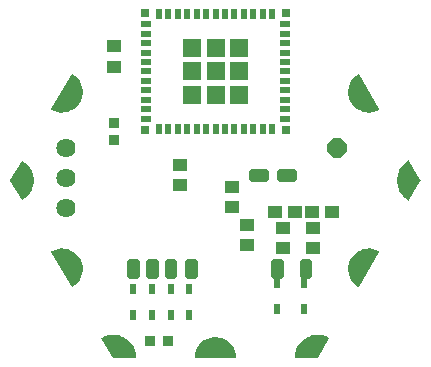
<source format=gbr>
G04 EAGLE Gerber RS-274X export*
G75*
%MOMM*%
%FSLAX34Y34*%
%LPD*%
%INSoldermask Top*%
%IPPOS*%
%AMOC8*
5,1,8,0,0,1.08239X$1,22.5*%
G01*
%ADD10R,0.901600X0.901600*%
%ADD11R,1.201600X1.101600*%
%ADD12C,1.101600*%
%ADD13P,1.759533X8X202.500000*%
%ADD14C,1.625600*%
%ADD15R,0.901600X0.501600*%
%ADD16R,0.501600X0.901600*%
%ADD17R,1.551600X1.551600*%
%ADD18R,0.801600X0.801600*%
%ADD19C,0.605878*%
%ADD20R,0.601600X0.901600*%

G36*
X16929Y94D02*
X16929Y94D01*
X16958Y92D01*
X17025Y114D01*
X17095Y128D01*
X17119Y144D01*
X17147Y153D01*
X17200Y200D01*
X17259Y240D01*
X17275Y265D01*
X17297Y284D01*
X17328Y348D01*
X17366Y408D01*
X17371Y437D01*
X17383Y463D01*
X17392Y562D01*
X17399Y604D01*
X17396Y615D01*
X17398Y629D01*
X17166Y3427D01*
X17156Y3460D01*
X17152Y3508D01*
X16463Y6230D01*
X16448Y6261D01*
X16436Y6308D01*
X15308Y8879D01*
X15288Y8907D01*
X15269Y8952D01*
X13733Y11302D01*
X13709Y11327D01*
X13683Y11367D01*
X11781Y13433D01*
X11753Y13453D01*
X11720Y13489D01*
X9505Y15213D01*
X9474Y15229D01*
X9436Y15258D01*
X6966Y16595D01*
X6933Y16605D01*
X6891Y16628D01*
X5705Y17035D01*
X4251Y17534D01*
X4235Y17540D01*
X4201Y17544D01*
X4155Y17560D01*
X1386Y18022D01*
X1351Y18021D01*
X1304Y18029D01*
X-1504Y18029D01*
X-1538Y18022D01*
X-1586Y18022D01*
X-4355Y17560D01*
X-4388Y17547D01*
X-4435Y17540D01*
X-7091Y16628D01*
X-7121Y16610D01*
X-7166Y16595D01*
X-9636Y15258D01*
X-9662Y15236D01*
X-9705Y15213D01*
X-11920Y13489D01*
X-11943Y13462D01*
X-11981Y13433D01*
X-13883Y11367D01*
X-13901Y11338D01*
X-13933Y11302D01*
X-15469Y8952D01*
X-15482Y8919D01*
X-15508Y8879D01*
X-16636Y6308D01*
X-16643Y6274D01*
X-16646Y6268D01*
X-16652Y6259D01*
X-16653Y6253D01*
X-16663Y6230D01*
X-17352Y3508D01*
X-17354Y3473D01*
X-17366Y3427D01*
X-17598Y629D01*
X-17594Y600D01*
X-17599Y571D01*
X-17583Y502D01*
X-17574Y431D01*
X-17560Y406D01*
X-17553Y378D01*
X-17511Y320D01*
X-17476Y259D01*
X-17452Y241D01*
X-17435Y217D01*
X-17374Y181D01*
X-17317Y138D01*
X-17289Y131D01*
X-17264Y116D01*
X-17166Y99D01*
X-17125Y89D01*
X-17114Y91D01*
X-17100Y88D01*
X16900Y88D01*
X16929Y94D01*
G37*
G36*
X-121493Y60397D02*
X-121493Y60397D01*
X-121422Y60394D01*
X-121395Y60405D01*
X-121366Y60407D01*
X-121276Y60449D01*
X-121236Y60464D01*
X-121228Y60472D01*
X-121215Y60477D01*
X-118912Y62077D01*
X-118888Y62102D01*
X-118848Y62129D01*
X-116839Y64086D01*
X-116820Y64115D01*
X-116785Y64149D01*
X-115126Y66409D01*
X-115111Y66441D01*
X-115082Y66480D01*
X-113818Y68983D01*
X-113809Y69016D01*
X-113787Y69059D01*
X-112951Y71736D01*
X-112948Y71771D01*
X-112933Y71817D01*
X-112550Y74595D01*
X-112552Y74630D01*
X-112546Y74677D01*
X-112625Y77481D01*
X-112633Y77515D01*
X-112634Y77563D01*
X-113173Y80315D01*
X-113187Y80347D01*
X-113196Y80394D01*
X-114181Y83020D01*
X-114196Y83045D01*
X-114201Y83064D01*
X-114209Y83075D01*
X-114216Y83094D01*
X-115620Y85522D01*
X-115643Y85548D01*
X-115667Y85590D01*
X-117451Y87754D01*
X-117478Y87775D01*
X-117509Y87813D01*
X-119625Y89653D01*
X-119655Y89670D01*
X-119691Y89702D01*
X-122082Y91169D01*
X-122114Y91181D01*
X-122155Y91206D01*
X-124754Y92260D01*
X-124788Y92266D01*
X-124833Y92284D01*
X-127570Y92896D01*
X-127605Y92897D01*
X-127652Y92907D01*
X-130452Y93060D01*
X-130486Y93055D01*
X-130534Y93058D01*
X-133322Y92747D01*
X-133355Y92737D01*
X-133403Y92731D01*
X-136101Y91966D01*
X-136131Y91951D01*
X-136178Y91937D01*
X-138713Y90739D01*
X-138737Y90721D01*
X-138764Y90711D01*
X-138816Y90662D01*
X-138873Y90620D01*
X-138887Y90595D01*
X-138909Y90575D01*
X-138937Y90509D01*
X-138973Y90448D01*
X-138976Y90419D01*
X-138988Y90392D01*
X-138989Y90321D01*
X-138998Y90251D01*
X-138990Y90223D01*
X-138990Y90193D01*
X-138956Y90101D01*
X-138944Y90059D01*
X-138937Y90051D01*
X-138932Y90038D01*
X-121932Y60638D01*
X-121913Y60616D01*
X-121900Y60589D01*
X-121847Y60542D01*
X-121800Y60489D01*
X-121774Y60476D01*
X-121752Y60457D01*
X-121685Y60434D01*
X-121621Y60403D01*
X-121592Y60402D01*
X-121564Y60392D01*
X-121493Y60397D01*
G37*
G36*
X130286Y208120D02*
X130286Y208120D01*
X130334Y208118D01*
X133122Y208428D01*
X133155Y208438D01*
X133203Y208444D01*
X135901Y209209D01*
X135931Y209225D01*
X135978Y209238D01*
X138513Y210436D01*
X138537Y210454D01*
X138564Y210464D01*
X138616Y210513D01*
X138673Y210555D01*
X138687Y210580D01*
X138709Y210600D01*
X138737Y210666D01*
X138773Y210727D01*
X138776Y210756D01*
X138788Y210783D01*
X138789Y210854D01*
X138798Y210924D01*
X138790Y210952D01*
X138790Y210982D01*
X138756Y211074D01*
X138744Y211116D01*
X138737Y211125D01*
X138732Y211137D01*
X121732Y240537D01*
X121713Y240559D01*
X121700Y240586D01*
X121647Y240633D01*
X121600Y240686D01*
X121574Y240699D01*
X121552Y240718D01*
X121485Y240741D01*
X121421Y240772D01*
X121392Y240773D01*
X121364Y240783D01*
X121293Y240778D01*
X121222Y240781D01*
X121195Y240770D01*
X121166Y240768D01*
X121076Y240726D01*
X121036Y240711D01*
X121028Y240704D01*
X121015Y240698D01*
X118712Y239098D01*
X118688Y239073D01*
X118648Y239046D01*
X116639Y237089D01*
X116620Y237060D01*
X116585Y237026D01*
X114926Y234766D01*
X114911Y234734D01*
X114882Y234695D01*
X113618Y232192D01*
X113609Y232159D01*
X113587Y232116D01*
X112751Y229439D01*
X112748Y229404D01*
X112733Y229358D01*
X112350Y226580D01*
X112352Y226545D01*
X112346Y226498D01*
X112425Y223694D01*
X112433Y223660D01*
X112434Y223612D01*
X112973Y220860D01*
X112987Y220828D01*
X112996Y220781D01*
X113981Y218155D01*
X113999Y218126D01*
X114016Y218081D01*
X115420Y215653D01*
X115443Y215627D01*
X115467Y215585D01*
X117251Y213421D01*
X117278Y213400D01*
X117309Y213362D01*
X119425Y211522D01*
X119455Y211505D01*
X119491Y211473D01*
X121882Y210006D01*
X121914Y209994D01*
X121955Y209969D01*
X124554Y208915D01*
X124588Y208909D01*
X124633Y208891D01*
X127370Y208279D01*
X127405Y208278D01*
X127452Y208268D01*
X130252Y208115D01*
X130286Y208120D01*
G37*
G36*
X121326Y60398D02*
X121326Y60398D01*
X121397Y60398D01*
X121424Y60409D01*
X121453Y60412D01*
X121515Y60447D01*
X121580Y60474D01*
X121601Y60495D01*
X121626Y60509D01*
X121689Y60586D01*
X121719Y60616D01*
X121723Y60627D01*
X121732Y60638D01*
X138732Y90038D01*
X138741Y90065D01*
X138758Y90089D01*
X138773Y90159D01*
X138795Y90226D01*
X138793Y90255D01*
X138799Y90284D01*
X138786Y90354D01*
X138780Y90424D01*
X138767Y90450D01*
X138761Y90479D01*
X138721Y90538D01*
X138689Y90601D01*
X138666Y90620D01*
X138650Y90644D01*
X138568Y90701D01*
X138535Y90728D01*
X138525Y90731D01*
X138513Y90739D01*
X135978Y91937D01*
X135944Y91946D01*
X135901Y91966D01*
X133203Y92731D01*
X133168Y92734D01*
X133122Y92747D01*
X130334Y93058D01*
X130300Y93054D01*
X130252Y93060D01*
X127452Y92907D01*
X127418Y92898D01*
X127370Y92896D01*
X124633Y92284D01*
X124601Y92270D01*
X124554Y92260D01*
X121955Y91206D01*
X121926Y91187D01*
X121882Y91169D01*
X119491Y89702D01*
X119466Y89678D01*
X119425Y89653D01*
X117309Y87813D01*
X117288Y87785D01*
X117251Y87754D01*
X115467Y85590D01*
X115451Y85559D01*
X115420Y85522D01*
X114016Y83094D01*
X114005Y83062D01*
X113998Y83049D01*
X113988Y83034D01*
X113988Y83032D01*
X113981Y83020D01*
X112996Y80394D01*
X112990Y80360D01*
X112973Y80315D01*
X112434Y77563D01*
X112434Y77528D01*
X112425Y77481D01*
X112346Y74677D01*
X112352Y74643D01*
X112350Y74595D01*
X112733Y71817D01*
X112745Y71784D01*
X112751Y71736D01*
X113587Y69059D01*
X113604Y69029D01*
X113618Y68983D01*
X114882Y66480D01*
X114904Y66452D01*
X114926Y66409D01*
X116585Y64149D01*
X116611Y64125D01*
X116639Y64086D01*
X118648Y62129D01*
X118677Y62111D01*
X118712Y62077D01*
X121015Y60477D01*
X121042Y60466D01*
X121065Y60447D01*
X121133Y60427D01*
X121198Y60399D01*
X121227Y60399D01*
X121255Y60390D01*
X121326Y60398D01*
G37*
G36*
X-127652Y208268D02*
X-127652Y208268D01*
X-127618Y208277D01*
X-127570Y208279D01*
X-124833Y208891D01*
X-124801Y208905D01*
X-124754Y208915D01*
X-122155Y209969D01*
X-122126Y209988D01*
X-122082Y210006D01*
X-119691Y211473D01*
X-119666Y211497D01*
X-119625Y211522D01*
X-117509Y213362D01*
X-117488Y213390D01*
X-117451Y213421D01*
X-115667Y215585D01*
X-115651Y215616D01*
X-115620Y215653D01*
X-114216Y218081D01*
X-114205Y218113D01*
X-114181Y218155D01*
X-113196Y220781D01*
X-113190Y220815D01*
X-113173Y220860D01*
X-112634Y223612D01*
X-112634Y223647D01*
X-112625Y223694D01*
X-112546Y226498D01*
X-112552Y226532D01*
X-112550Y226580D01*
X-112933Y229358D01*
X-112945Y229391D01*
X-112951Y229439D01*
X-113787Y232116D01*
X-113804Y232146D01*
X-113818Y232192D01*
X-115082Y234695D01*
X-115104Y234723D01*
X-115126Y234766D01*
X-116785Y237026D01*
X-116811Y237050D01*
X-116839Y237089D01*
X-118848Y239046D01*
X-118877Y239064D01*
X-118912Y239098D01*
X-121215Y240698D01*
X-121242Y240709D01*
X-121265Y240728D01*
X-121333Y240748D01*
X-121398Y240776D01*
X-121427Y240776D01*
X-121455Y240785D01*
X-121526Y240777D01*
X-121597Y240777D01*
X-121624Y240766D01*
X-121653Y240763D01*
X-121715Y240728D01*
X-121780Y240701D01*
X-121801Y240680D01*
X-121826Y240666D01*
X-121889Y240589D01*
X-121919Y240559D01*
X-121923Y240548D01*
X-121932Y240537D01*
X-138932Y211137D01*
X-138941Y211110D01*
X-138958Y211086D01*
X-138973Y211016D01*
X-138995Y210949D01*
X-138993Y210920D01*
X-138999Y210891D01*
X-138986Y210821D01*
X-138980Y210751D01*
X-138967Y210725D01*
X-138961Y210696D01*
X-138921Y210637D01*
X-138889Y210574D01*
X-138866Y210555D01*
X-138850Y210531D01*
X-138768Y210474D01*
X-138735Y210447D01*
X-138725Y210444D01*
X-138713Y210436D01*
X-136178Y209238D01*
X-136144Y209229D01*
X-136101Y209209D01*
X-133403Y208444D01*
X-133368Y208441D01*
X-133322Y208428D01*
X-130534Y208118D01*
X-130500Y208121D01*
X-130452Y208115D01*
X-127652Y208268D01*
G37*
G36*
X163627Y133598D02*
X163627Y133598D01*
X163698Y133598D01*
X163725Y133609D01*
X163754Y133612D01*
X163816Y133648D01*
X163881Y133675D01*
X163902Y133696D01*
X163927Y133710D01*
X163990Y133787D01*
X164020Y133818D01*
X164024Y133828D01*
X164033Y133838D01*
X173533Y150338D01*
X173543Y150370D01*
X173552Y150383D01*
X173556Y150408D01*
X173557Y150411D01*
X173588Y150482D01*
X173588Y150505D01*
X173596Y150527D01*
X173590Y150604D01*
X173591Y150681D01*
X173581Y150705D01*
X173580Y150725D01*
X173559Y150765D01*
X173533Y150837D01*
X164033Y167337D01*
X164014Y167358D01*
X164001Y167385D01*
X163948Y167432D01*
X163901Y167486D01*
X163875Y167498D01*
X163854Y167518D01*
X163786Y167541D01*
X163722Y167572D01*
X163693Y167573D01*
X163666Y167582D01*
X163594Y167578D01*
X163523Y167581D01*
X163496Y167571D01*
X163467Y167569D01*
X163377Y167526D01*
X163337Y167512D01*
X163329Y167504D01*
X163316Y167498D01*
X160793Y165757D01*
X160769Y165732D01*
X160731Y165706D01*
X158519Y163582D01*
X158500Y163554D01*
X158466Y163522D01*
X156624Y161070D01*
X156610Y161040D01*
X156581Y161002D01*
X155156Y158287D01*
X155147Y158256D01*
X155131Y158231D01*
X155130Y158223D01*
X155125Y158214D01*
X154154Y155305D01*
X154150Y155271D01*
X154135Y155227D01*
X153643Y152201D01*
X153644Y152167D01*
X153636Y152121D01*
X153636Y149054D01*
X153637Y149051D01*
X153637Y149048D01*
X153643Y149022D01*
X153643Y149021D01*
X153643Y148974D01*
X154135Y145948D01*
X154147Y145916D01*
X154154Y145870D01*
X155125Y142961D01*
X155142Y142932D01*
X155156Y142888D01*
X156581Y140173D01*
X156603Y140146D01*
X156624Y140105D01*
X158466Y137653D01*
X158491Y137631D01*
X158519Y137593D01*
X160731Y135469D01*
X160759Y135451D01*
X160793Y135418D01*
X163316Y133677D01*
X163343Y133665D01*
X163365Y133647D01*
X163434Y133627D01*
X163499Y133599D01*
X163528Y133598D01*
X163556Y133590D01*
X163627Y133598D01*
G37*
G36*
X-163794Y133597D02*
X-163794Y133597D01*
X-163723Y133594D01*
X-163696Y133604D01*
X-163667Y133606D01*
X-163577Y133649D01*
X-163537Y133663D01*
X-163529Y133671D01*
X-163516Y133677D01*
X-160993Y135418D01*
X-160969Y135443D01*
X-160931Y135469D01*
X-158719Y137593D01*
X-158700Y137621D01*
X-158666Y137653D01*
X-156824Y140105D01*
X-156810Y140135D01*
X-156781Y140173D01*
X-155356Y142888D01*
X-155347Y142920D01*
X-155325Y142961D01*
X-154354Y145870D01*
X-154350Y145904D01*
X-154335Y145948D01*
X-153843Y148974D01*
X-153844Y149008D01*
X-153836Y149054D01*
X-153836Y152121D01*
X-153843Y152154D01*
X-153843Y152201D01*
X-154335Y155227D01*
X-154347Y155259D01*
X-154354Y155305D01*
X-155325Y158214D01*
X-155338Y158237D01*
X-155344Y158261D01*
X-155351Y158270D01*
X-155356Y158287D01*
X-156781Y161002D01*
X-156803Y161029D01*
X-156824Y161070D01*
X-158666Y163522D01*
X-158691Y163544D01*
X-158719Y163582D01*
X-160931Y165706D01*
X-160959Y165724D01*
X-160993Y165757D01*
X-163516Y167498D01*
X-163543Y167510D01*
X-163565Y167528D01*
X-163634Y167549D01*
X-163699Y167576D01*
X-163728Y167577D01*
X-163756Y167585D01*
X-163827Y167577D01*
X-163898Y167577D01*
X-163925Y167566D01*
X-163954Y167563D01*
X-164016Y167528D01*
X-164081Y167500D01*
X-164102Y167479D01*
X-164127Y167465D01*
X-164190Y167388D01*
X-164220Y167357D01*
X-164224Y167347D01*
X-164233Y167337D01*
X-173733Y150837D01*
X-173757Y150764D01*
X-173788Y150693D01*
X-173788Y150670D01*
X-173796Y150648D01*
X-173790Y150571D01*
X-173791Y150494D01*
X-173781Y150470D01*
X-173780Y150450D01*
X-173759Y150410D01*
X-173740Y150358D01*
X-173739Y150353D01*
X-173737Y150351D01*
X-173733Y150338D01*
X-164233Y133838D01*
X-164214Y133817D01*
X-164201Y133790D01*
X-164148Y133743D01*
X-164101Y133689D01*
X-164075Y133677D01*
X-164054Y133657D01*
X-163986Y133634D01*
X-163922Y133603D01*
X-163893Y133602D01*
X-163866Y133593D01*
X-163794Y133597D01*
G37*
G36*
X86576Y104D02*
X86576Y104D01*
X86654Y112D01*
X86673Y123D01*
X86695Y128D01*
X86759Y172D01*
X86827Y210D01*
X86843Y229D01*
X86859Y240D01*
X86883Y278D01*
X86933Y338D01*
X96433Y16838D01*
X96442Y16866D01*
X96458Y16889D01*
X96473Y16959D01*
X96496Y17027D01*
X96493Y17056D01*
X96499Y17084D01*
X96486Y17154D01*
X96480Y17225D01*
X96467Y17251D01*
X96461Y17279D01*
X96421Y17338D01*
X96388Y17402D01*
X96366Y17420D01*
X96350Y17444D01*
X96267Y17501D01*
X96235Y17528D01*
X96224Y17531D01*
X96214Y17539D01*
X93448Y18847D01*
X93415Y18855D01*
X93372Y18876D01*
X90432Y19723D01*
X90398Y19726D01*
X90354Y19739D01*
X87316Y20105D01*
X87282Y20102D01*
X87235Y20108D01*
X84178Y19981D01*
X84145Y19973D01*
X84098Y19971D01*
X81101Y19355D01*
X81070Y19342D01*
X81024Y19333D01*
X78164Y18245D01*
X78136Y18226D01*
X78092Y18210D01*
X75444Y16677D01*
X75418Y16654D01*
X75378Y16631D01*
X73010Y14693D01*
X72988Y14667D01*
X72952Y14637D01*
X70925Y12345D01*
X70909Y12315D01*
X70877Y12280D01*
X69245Y9692D01*
X69233Y9661D01*
X69208Y9621D01*
X68012Y6805D01*
X68005Y6771D01*
X68002Y6765D01*
X67998Y6758D01*
X67997Y6753D01*
X67986Y6728D01*
X67258Y3757D01*
X67256Y3723D01*
X67245Y3677D01*
X67002Y627D01*
X67006Y599D01*
X67001Y571D01*
X67018Y501D01*
X67026Y430D01*
X67041Y405D01*
X67047Y378D01*
X67090Y320D01*
X67126Y257D01*
X67148Y240D01*
X67165Y217D01*
X67227Y181D01*
X67284Y137D01*
X67312Y130D01*
X67336Y116D01*
X67436Y99D01*
X67477Y89D01*
X67487Y90D01*
X67500Y88D01*
X86500Y88D01*
X86576Y104D01*
G37*
G36*
X-67672Y94D02*
X-67672Y94D01*
X-67644Y91D01*
X-67576Y114D01*
X-67505Y128D01*
X-67482Y144D01*
X-67455Y153D01*
X-67400Y200D01*
X-67341Y240D01*
X-67326Y264D01*
X-67305Y283D01*
X-67273Y347D01*
X-67234Y408D01*
X-67229Y436D01*
X-67217Y461D01*
X-67208Y563D01*
X-67201Y604D01*
X-67203Y614D01*
X-67202Y627D01*
X-67445Y3677D01*
X-67454Y3710D01*
X-67458Y3757D01*
X-68186Y6728D01*
X-68201Y6759D01*
X-68212Y6805D01*
X-69408Y9621D01*
X-69427Y9649D01*
X-69445Y9692D01*
X-71077Y12280D01*
X-71101Y12305D01*
X-71125Y12345D01*
X-73152Y14637D01*
X-73179Y14658D01*
X-73210Y14693D01*
X-75578Y16631D01*
X-75608Y16647D01*
X-75644Y16677D01*
X-78292Y18210D01*
X-78324Y18221D01*
X-78364Y18245D01*
X-81224Y19333D01*
X-81257Y19339D01*
X-81301Y19355D01*
X-84298Y19971D01*
X-84332Y19971D01*
X-84378Y19981D01*
X-87435Y20108D01*
X-87469Y20102D01*
X-87516Y20105D01*
X-90554Y19739D01*
X-90586Y19729D01*
X-90632Y19723D01*
X-93572Y18876D01*
X-93602Y18860D01*
X-93648Y18847D01*
X-96414Y17539D01*
X-96436Y17522D01*
X-96463Y17512D01*
X-96515Y17463D01*
X-96573Y17420D01*
X-96587Y17395D01*
X-96608Y17375D01*
X-96637Y17310D01*
X-96673Y17248D01*
X-96676Y17220D01*
X-96688Y17193D01*
X-96689Y17121D01*
X-96698Y17051D01*
X-96690Y17023D01*
X-96691Y16994D01*
X-96655Y16900D01*
X-96644Y16859D01*
X-96637Y16851D01*
X-96633Y16838D01*
X-87133Y338D01*
X-87081Y280D01*
X-87035Y217D01*
X-87016Y206D01*
X-87001Y189D01*
X-86931Y156D01*
X-86864Y116D01*
X-86840Y112D01*
X-86822Y103D01*
X-86777Y101D01*
X-86700Y88D01*
X-67700Y88D01*
X-67672Y94D01*
G37*
D10*
X-55125Y14288D03*
X-40125Y14288D03*
D11*
X26988Y113275D03*
X26988Y96275D03*
D12*
X165100Y150588D03*
X82500Y7488D03*
X-82700Y7488D03*
X-165300Y150588D03*
X123800Y222088D03*
X123800Y79088D03*
X-100Y7488D03*
X-124000Y79088D03*
X-124000Y222088D03*
D13*
X103188Y177800D03*
D14*
X-127000Y177800D03*
X-127000Y152400D03*
X-127000Y127000D03*
D15*
X-59000Y282888D03*
X-59000Y274888D03*
X-59000Y266888D03*
X-59000Y258888D03*
X-59000Y250888D03*
X-59000Y242888D03*
X-59000Y234888D03*
X-59000Y226888D03*
X-59000Y218888D03*
X-59000Y210888D03*
X-59000Y202888D03*
D16*
X-48000Y193888D03*
X-40000Y193888D03*
X-32000Y193888D03*
X-24000Y193888D03*
X-16000Y193888D03*
X-8000Y193888D03*
X0Y193888D03*
X8000Y193888D03*
X16000Y193888D03*
X24000Y193888D03*
X32000Y193888D03*
X40000Y193888D03*
X48000Y193888D03*
D15*
X59000Y202888D03*
X59000Y210888D03*
X59000Y218888D03*
X59000Y226888D03*
X59000Y234888D03*
X59000Y242888D03*
X59000Y250888D03*
X59000Y258888D03*
X59000Y266888D03*
X59000Y274888D03*
X59000Y282888D03*
D16*
X48000Y291888D03*
X40000Y291888D03*
X32000Y291888D03*
X24000Y291888D03*
X16000Y291888D03*
X8000Y291888D03*
X0Y291888D03*
X-8000Y291888D03*
X-16000Y291888D03*
X-24000Y291888D03*
X-32000Y291888D03*
X-40000Y291888D03*
X-48000Y291888D03*
D17*
X0Y242888D03*
X19750Y262638D03*
X0Y262638D03*
X-19750Y262638D03*
X-19750Y242888D03*
X-19750Y223138D03*
X0Y223138D03*
X19750Y223138D03*
X19750Y242888D03*
D18*
X-59500Y292388D03*
X-59500Y193388D03*
X59500Y193388D03*
X59500Y292388D03*
D19*
X-67371Y81679D02*
X-67371Y70721D01*
X-72329Y70721D01*
X-72329Y81679D01*
X-67371Y81679D01*
X-67371Y76477D02*
X-72329Y76477D01*
X-56454Y81679D02*
X-56454Y70721D01*
X-56454Y81679D02*
X-51496Y81679D01*
X-51496Y70721D01*
X-56454Y70721D01*
X-56454Y76477D02*
X-51496Y76477D01*
X-35621Y81679D02*
X-35621Y70721D01*
X-40579Y70721D01*
X-40579Y81679D01*
X-35621Y81679D01*
X-35621Y76477D02*
X-40579Y76477D01*
X-18159Y81679D02*
X-18159Y70721D01*
X-23117Y70721D01*
X-23117Y81679D01*
X-18159Y81679D01*
X-18159Y76477D02*
X-23117Y76477D01*
D11*
X14288Y145025D03*
X14288Y128025D03*
X-30163Y164075D03*
X-30163Y147075D03*
D19*
X54846Y158054D02*
X65804Y158054D01*
X65804Y153096D01*
X54846Y153096D01*
X54846Y158054D01*
X41992Y153096D02*
X31034Y153096D01*
X31034Y158054D01*
X41992Y158054D01*
X41992Y153096D01*
X54867Y81679D02*
X54867Y70721D01*
X49909Y70721D01*
X49909Y81679D01*
X54867Y81679D01*
X54867Y76477D02*
X49909Y76477D01*
X78679Y81679D02*
X78679Y70721D01*
X73721Y70721D01*
X73721Y81679D01*
X78679Y81679D01*
X78679Y76477D02*
X73721Y76477D01*
D20*
X-38100Y36625D03*
X-38100Y58625D03*
X-53975Y36625D03*
X-53975Y58625D03*
X-69850Y36625D03*
X-69850Y58625D03*
X-22225Y36625D03*
X-22225Y58625D03*
D11*
X57150Y110100D03*
X57150Y93100D03*
X82550Y110100D03*
X82550Y93100D03*
X98988Y123825D03*
X81988Y123825D03*
X50238Y123825D03*
X67238Y123825D03*
D20*
X52388Y41388D03*
X52388Y63388D03*
X74613Y41388D03*
X74613Y63388D03*
D10*
X-85725Y199588D03*
X-85725Y184588D03*
D11*
X-85725Y247088D03*
X-85725Y264088D03*
M02*

</source>
